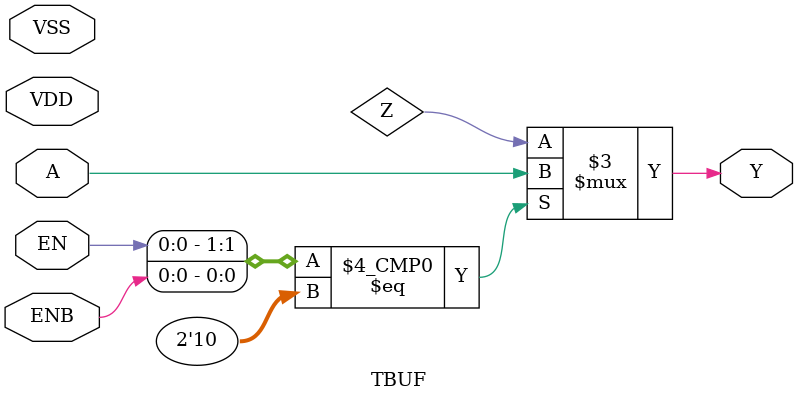
<source format=v>
module TBUF(Y, A, EN, ENB, VDD, VSS );
  input A, EN, ENB;
  output Y;
  inout VDD, VSS;

  always @ (*)
  begin
    case({EN,ENB})
      2'b10 : Y=A;
      default : Y=Z;
    endcase
  end
endmodule

</source>
